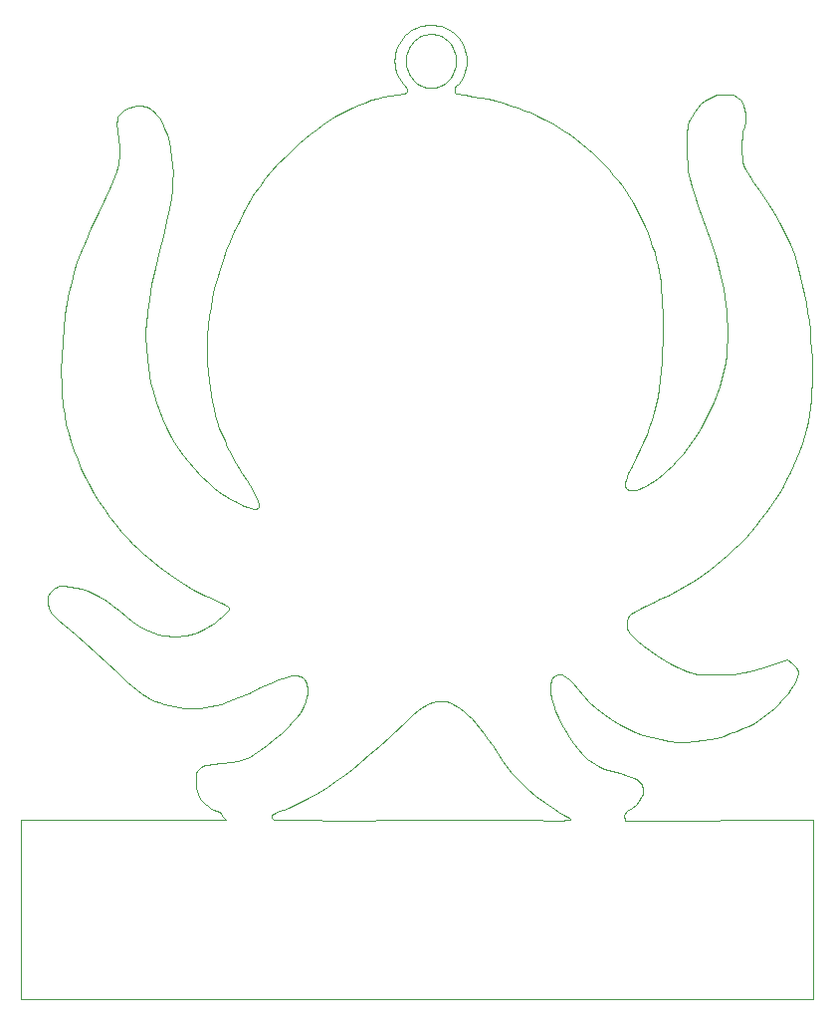
<source format=gbr>
G04 #@! TF.GenerationSoftware,KiCad,Pcbnew,(5.1.5-0)*
G04 #@! TF.CreationDate,2019-12-28T15:25:09-08:00*
G04 #@! TF.ProjectId,badge,62616467-652e-46b6-9963-61645f706362,rev?*
G04 #@! TF.SameCoordinates,Original*
G04 #@! TF.FileFunction,Profile,NP*
%FSLAX46Y46*%
G04 Gerber Fmt 4.6, Leading zero omitted, Abs format (unit mm)*
G04 Created by KiCad (PCBNEW (5.1.5-0)) date 2019-12-28 15:25:09*
%MOMM*%
%LPD*%
G04 APERTURE LIST*
%ADD10C,0.100000*%
G04 APERTURE END LIST*
D10*
X12648983Y-22622337D02*
X12236258Y-22389871D01*
X12236258Y-22389871D02*
X11846952Y-22147828D01*
X11846952Y-22147828D02*
X11060053Y-21622209D01*
X11060053Y-21622209D02*
X10253982Y-21012145D01*
X10253982Y-21012145D02*
X9490593Y-20364786D01*
X9490593Y-20364786D02*
X9136720Y-20035568D01*
X9136720Y-20035568D02*
X8807699Y-19707161D01*
X8807699Y-19707161D02*
X8508254Y-19382945D01*
X8508254Y-19382945D02*
X8243113Y-19066298D01*
X8243113Y-19066298D02*
X7481227Y-18041284D01*
X7481227Y-18041284D02*
X6577645Y-16751132D01*
X6577645Y-16751132D02*
X6198023Y-16205229D01*
X6198023Y-16205229D02*
X5830924Y-15704244D01*
X5830924Y-15704244D02*
X5475519Y-15247573D01*
X5475519Y-15247573D02*
X5130980Y-14834608D01*
X5130980Y-14834608D02*
X4796481Y-14464745D01*
X4796481Y-14464745D02*
X4471192Y-14137377D01*
X4471192Y-14137377D02*
X4154286Y-13851900D01*
X4154286Y-13851900D02*
X3844936Y-13607707D01*
X3844936Y-13607707D02*
X3542312Y-13404193D01*
X3542312Y-13404193D02*
X3245588Y-13240752D01*
X3245588Y-13240752D02*
X2953936Y-13116778D01*
X2953936Y-13116778D02*
X2666527Y-13031668D01*
X2666527Y-13031668D02*
X2382534Y-12984808D01*
X2382534Y-12984808D02*
X2101129Y-12975608D01*
X2101129Y-12975608D02*
X1821483Y-13003448D01*
X1821483Y-13003448D02*
X1542770Y-13067728D01*
X1542770Y-13067728D02*
X1226016Y-13173448D01*
X1226016Y-13173448D02*
X923278Y-13308132D01*
X923278Y-13308132D02*
X606789Y-13493261D01*
X606789Y-13493261D02*
X248781Y-13750316D01*
X248781Y-13750316D02*
X-178513Y-14100778D01*
X-178513Y-14100778D02*
X-702859Y-14566128D01*
X-702859Y-14566128D02*
X-2153776Y-15927412D01*
X-2153776Y-15927412D02*
X-3044764Y-16764553D01*
X-3044764Y-16764553D02*
X-3862907Y-17506499D01*
X-3862907Y-17506499D02*
X-4624269Y-18165976D01*
X-4624269Y-18165976D02*
X-5344913Y-18755713D01*
X-5344913Y-18755713D02*
X-6040902Y-19288438D01*
X-6040902Y-19288438D02*
X-6728300Y-19776878D01*
X-6728300Y-19776878D02*
X-7423170Y-20233760D01*
X-7423170Y-20233760D02*
X-8141575Y-20671813D01*
X-8141575Y-20671813D02*
X-9251244Y-21296125D01*
X-9251244Y-21296125D02*
X-9769794Y-21564292D01*
X-9769794Y-21564292D02*
X-10267188Y-21803974D01*
X-10267188Y-21803974D02*
X-10745702Y-22015802D01*
X-10745702Y-22015802D02*
X-11207610Y-22200407D01*
X-11207610Y-22200407D02*
X-11563279Y-22313956D01*
X-11563279Y-22313956D02*
X-11838531Y-22433053D01*
X-11838531Y-22433053D02*
X-12036899Y-22554250D01*
X-12036899Y-22554250D02*
X-12161915Y-22674097D01*
X-12161915Y-22674097D02*
X-12217115Y-22789146D01*
X-12217115Y-22789146D02*
X-12219615Y-22843796D01*
X-12219615Y-22843796D02*
X-12206005Y-22895946D01*
X-12206005Y-22895946D02*
X-12132165Y-22991046D01*
X-12132165Y-22991046D02*
X-11999105Y-23071006D01*
X-11999105Y-23071006D02*
X-9280231Y-23103126D01*
X-9280231Y-23103126D02*
X-6411204Y-23113026D01*
X-6411204Y-23113026D02*
X-325238Y-23095066D01*
X-325238Y-23095066D02*
X6053707Y-23075216D01*
X6053707Y-23075216D02*
X9288957Y-23082716D01*
X9288957Y-23082716D02*
X12520545Y-23111526D01*
X12520545Y-23111526D02*
X12870814Y-23101266D01*
X12870814Y-23101266D02*
X13087108Y-23074396D01*
X13087108Y-23074396D02*
X13188671Y-23031956D01*
X13188671Y-23031956D02*
X13202441Y-23005216D01*
X13202441Y-23005216D02*
X13194741Y-22974976D01*
X13194741Y-22974976D02*
X13124571Y-22904496D01*
X13124571Y-22904496D02*
X12997394Y-22821536D01*
X12997394Y-22821536D02*
X12649002Y-22622331D01*
X12649002Y-22622331D02*
X12648983Y-22622337D01*
X33888262Y-38301131D02*
X-33562844Y-38301131D01*
X-33562844Y-38301131D02*
X-33562844Y-23078773D01*
X-33562844Y-23078773D02*
X-16097099Y-23094303D01*
X-16097099Y-23094303D02*
X-16424909Y-22699602D01*
X-16424909Y-22699602D02*
X-16533184Y-22441528D01*
X-16533184Y-22441528D02*
X-16851046Y-22331428D01*
X-16851046Y-22331428D02*
X-17141842Y-22206860D01*
X-17141842Y-22206860D02*
X-17405897Y-22067535D01*
X-17405897Y-22067535D02*
X-17643536Y-21913162D01*
X-17643536Y-21913162D02*
X-17855086Y-21743449D01*
X-17855086Y-21743449D02*
X-18040871Y-21558105D01*
X-18040871Y-21558105D02*
X-18201217Y-21356840D01*
X-18201217Y-21356840D02*
X-18336449Y-21139364D01*
X-18336449Y-21139364D02*
X-18446894Y-20905384D01*
X-18446894Y-20905384D02*
X-18532874Y-20654610D01*
X-18532874Y-20654610D02*
X-18594724Y-20386752D01*
X-18594724Y-20386752D02*
X-18632754Y-20101518D01*
X-18632754Y-20101518D02*
X-18647304Y-19798618D01*
X-18647304Y-19798618D02*
X-18638504Y-19384442D01*
X-18638504Y-19384442D02*
X-18620864Y-19211662D01*
X-18620864Y-19211662D02*
X-18591374Y-19059609D01*
X-18591374Y-19059609D02*
X-18547774Y-18926677D01*
X-18547774Y-18926677D02*
X-18487794Y-18811257D01*
X-18487794Y-18811257D02*
X-18409174Y-18711737D01*
X-18409174Y-18711737D02*
X-18309644Y-18626517D01*
X-18309644Y-18626517D02*
X-18186944Y-18553987D01*
X-18186944Y-18553987D02*
X-18038806Y-18492537D01*
X-18038806Y-18492537D02*
X-17862965Y-18440557D01*
X-17862965Y-18440557D02*
X-17657156Y-18396447D01*
X-17657156Y-18396447D02*
X-17146574Y-18325387D01*
X-17146574Y-18325387D02*
X-16488940Y-18266487D01*
X-16488940Y-18266487D02*
X-15681900Y-18186927D01*
X-15681900Y-18186927D02*
X-15051161Y-18081321D01*
X-15051161Y-18081321D02*
X-14783269Y-18014681D01*
X-14783269Y-18014681D02*
X-14537091Y-17936631D01*
X-14537091Y-17936631D02*
X-14305172Y-17845561D01*
X-14305172Y-17845561D02*
X-14080058Y-17739825D01*
X-14080058Y-17739825D02*
X-13681339Y-17500208D01*
X-13681339Y-17500208D02*
X-13171153Y-17138219D01*
X-13171153Y-17138219D02*
X-12590332Y-16688431D01*
X-12590332Y-16688431D02*
X-11979709Y-16185417D01*
X-11979709Y-16185417D02*
X-11380118Y-15663750D01*
X-11380118Y-15663750D02*
X-10832390Y-15158002D01*
X-10832390Y-15158002D02*
X-10377358Y-14702747D01*
X-10377358Y-14702747D02*
X-10055856Y-14332557D01*
X-10055856Y-14332557D02*
X-9755068Y-13894497D01*
X-9755068Y-13894497D02*
X-9513012Y-13450397D01*
X-9513012Y-13450397D02*
X-9331555Y-13009258D01*
X-9331555Y-13009258D02*
X-9212564Y-12580082D01*
X-9212564Y-12580082D02*
X-9177074Y-12372794D01*
X-9177074Y-12372794D02*
X-9157904Y-12171873D01*
X-9157904Y-12171873D02*
X-9155304Y-11978444D01*
X-9155304Y-11978444D02*
X-9169464Y-11793633D01*
X-9169464Y-11793633D02*
X-9200644Y-11618564D01*
X-9200644Y-11618564D02*
X-9249074Y-11454363D01*
X-9249074Y-11454363D02*
X-9314984Y-11302156D01*
X-9314984Y-11302156D02*
X-9398614Y-11163067D01*
X-9398614Y-11163067D02*
X-9487844Y-11052132D01*
X-9487844Y-11052132D02*
X-9588250Y-10960132D01*
X-9588250Y-10960132D02*
X-9701647Y-10887392D01*
X-9701647Y-10887392D02*
X-9829855Y-10834242D01*
X-9829855Y-10834242D02*
X-9974697Y-10801002D01*
X-9974697Y-10801002D02*
X-10137991Y-10788002D01*
X-10137991Y-10788002D02*
X-10321560Y-10795602D01*
X-10321560Y-10795602D02*
X-10527223Y-10824062D01*
X-10527223Y-10824062D02*
X-11012118Y-10944984D01*
X-11012118Y-10944984D02*
X-11607240Y-11153410D01*
X-11607240Y-11153410D02*
X-12327156Y-11451954D01*
X-12327156Y-11451954D02*
X-13186431Y-11843232D01*
X-13186431Y-11843232D02*
X-14137303Y-12275153D01*
X-14137303Y-12275153D02*
X-15086932Y-12681321D01*
X-15086932Y-12681321D02*
X-15925210Y-13016107D01*
X-15925210Y-13016107D02*
X-16542032Y-13233879D01*
X-16542032Y-13233879D02*
X-16968999Y-13351643D01*
X-16968999Y-13351643D02*
X-17402744Y-13445453D01*
X-17402744Y-13445453D02*
X-17841519Y-13515533D01*
X-17841519Y-13515533D02*
X-18283572Y-13562123D01*
X-18283572Y-13562123D02*
X-18727154Y-13585433D01*
X-18727154Y-13585433D02*
X-19170514Y-13585699D01*
X-19170514Y-13585699D02*
X-19611904Y-13563149D01*
X-19611904Y-13563149D02*
X-20049574Y-13518000D01*
X-20049574Y-13518000D02*
X-20481772Y-13450490D01*
X-20481772Y-13450490D02*
X-20906750Y-13360840D01*
X-20906750Y-13360840D02*
X-21322754Y-13249225D01*
X-21322754Y-13249225D02*
X-21728041Y-13115972D01*
X-21728041Y-13115972D02*
X-22120858Y-12961260D01*
X-22120858Y-12961260D02*
X-22499455Y-12785314D01*
X-22499455Y-12785314D02*
X-22862081Y-12588362D01*
X-22862081Y-12588362D02*
X-23206988Y-12370630D01*
X-23206988Y-12370630D02*
X-23696533Y-11990336D01*
X-23696533Y-11990336D02*
X-24428604Y-11363335D01*
X-24428604Y-11363335D02*
X-25304195Y-10576686D01*
X-25304195Y-10576686D02*
X-26224300Y-9717445D01*
X-26224300Y-9717445D02*
X-27158209Y-8841830D01*
X-27158209Y-8841830D02*
X-28071383Y-8010598D01*
X-28071383Y-8010598D02*
X-28859078Y-7317617D01*
X-28859078Y-7317617D02*
X-29416546Y-6856751D01*
X-29416546Y-6856751D02*
X-29900913Y-6472805D01*
X-29900913Y-6472805D02*
X-30299331Y-6130178D01*
X-30299331Y-6130178D02*
X-30618386Y-5820283D01*
X-30618386Y-5820283D02*
X-30864663Y-5534534D01*
X-30864663Y-5534534D02*
X-31044749Y-5264343D01*
X-31044749Y-5264343D02*
X-31165228Y-5001123D01*
X-31165228Y-5001123D02*
X-31232686Y-4736288D01*
X-31232686Y-4736288D02*
X-31253709Y-4461251D01*
X-31253709Y-4461251D02*
X-31232969Y-4140783D01*
X-31232969Y-4140783D02*
X-31204344Y-4009352D01*
X-31204344Y-4009352D02*
X-31161149Y-3891869D01*
X-31161149Y-3891869D02*
X-31101584Y-3784394D01*
X-31101584Y-3784394D02*
X-31023849Y-3682986D01*
X-31023849Y-3682986D02*
X-30806669Y-3482611D01*
X-30806669Y-3482611D02*
X-30668615Y-3380044D01*
X-30668615Y-3380044D02*
X-30539626Y-3301504D01*
X-30539626Y-3301504D02*
X-30409493Y-3245224D01*
X-30409493Y-3245224D02*
X-30268003Y-3209424D01*
X-30268003Y-3209424D02*
X-30104947Y-3192334D01*
X-30104947Y-3192334D02*
X-29910113Y-3192177D01*
X-29910113Y-3192177D02*
X-29384269Y-3235577D01*
X-29384269Y-3235577D02*
X-28886287Y-3313817D01*
X-28886287Y-3313817D02*
X-28383137Y-3441696D01*
X-28383137Y-3441696D02*
X-27872989Y-3620107D01*
X-27872989Y-3620107D02*
X-27354012Y-3849945D01*
X-27354012Y-3849945D02*
X-26824377Y-4132103D01*
X-26824377Y-4132103D02*
X-26282253Y-4467474D01*
X-26282253Y-4467474D02*
X-25725810Y-4856952D01*
X-25725810Y-4856952D02*
X-25153219Y-5301430D01*
X-25153219Y-5301430D02*
X-24546539Y-5783588D01*
X-24546539Y-5783588D02*
X-24008184Y-6186259D01*
X-24008184Y-6186259D02*
X-23523867Y-6517372D01*
X-23523867Y-6517372D02*
X-23079301Y-6784854D01*
X-23079301Y-6784854D02*
X-22660198Y-6996634D01*
X-22660198Y-6996634D02*
X-22252271Y-7160640D01*
X-22252271Y-7160640D02*
X-21841232Y-7284801D01*
X-21841232Y-7284801D02*
X-21412795Y-7377041D01*
X-21412795Y-7377041D02*
X-21078876Y-7426961D01*
X-21078876Y-7426961D02*
X-20747589Y-7456981D01*
X-20747589Y-7456981D02*
X-20419031Y-7467141D01*
X-20419031Y-7467141D02*
X-20093300Y-7457441D01*
X-20093300Y-7457441D02*
X-19770493Y-7427981D01*
X-19770493Y-7427981D02*
X-19450709Y-7378751D01*
X-19450709Y-7378751D02*
X-19134043Y-7309781D01*
X-19134043Y-7309781D02*
X-18820594Y-7221111D01*
X-18820594Y-7221111D02*
X-18510459Y-7112764D01*
X-18510459Y-7112764D02*
X-18203736Y-6984772D01*
X-18203736Y-6984772D02*
X-17900521Y-6837166D01*
X-17900521Y-6837166D02*
X-17600913Y-6669978D01*
X-17600913Y-6669978D02*
X-17305009Y-6483238D01*
X-17305009Y-6483238D02*
X-17012906Y-6276977D01*
X-17012906Y-6276977D02*
X-16724701Y-6051225D01*
X-16724701Y-6051225D02*
X-16440493Y-5806014D01*
X-16440493Y-5806014D02*
X-16196041Y-5570482D01*
X-16196041Y-5570482D02*
X-15996156Y-5349917D01*
X-15996156Y-5349917D02*
X-15861445Y-5169042D01*
X-15861445Y-5169042D02*
X-15824965Y-5101212D01*
X-15824965Y-5101212D02*
X-15812505Y-5052582D01*
X-15812505Y-5052582D02*
X-15835265Y-5006482D01*
X-15835265Y-5006482D02*
X-15899705Y-4945912D01*
X-15899705Y-4945912D02*
X-16135656Y-4791690D01*
X-16135656Y-4791690D02*
X-16484351Y-4610571D01*
X-16484351Y-4610571D02*
X-16909784Y-4423209D01*
X-16909784Y-4423209D02*
X-17383207Y-4220800D01*
X-17383207Y-4220800D02*
X-17864825Y-3995390D01*
X-17864825Y-3995390D02*
X-18352750Y-3748303D01*
X-18352750Y-3748303D02*
X-18845094Y-3480862D01*
X-18845094Y-3480862D02*
X-19835483Y-2890212D01*
X-19835483Y-2890212D02*
X-20820889Y-2234029D01*
X-20820889Y-2234029D02*
X-21786203Y-1522900D01*
X-21786203Y-1522900D02*
X-22716322Y-767414D01*
X-22716322Y-767414D02*
X-23163462Y-376346D01*
X-23163462Y-376346D02*
X-23596138Y21840D01*
X-23596138Y21840D02*
X-24012462Y425822D01*
X-24012462Y425822D02*
X-24410546Y834276D01*
X-24410546Y834276D02*
X-24953783Y1430878D01*
X-24953783Y1430878D02*
X-25473793Y2047952D01*
X-25473793Y2047952D02*
X-25969948Y2684222D01*
X-25969948Y2684222D02*
X-26441621Y3338410D01*
X-26441621Y3338410D02*
X-26888182Y4009241D01*
X-26888182Y4009241D02*
X-27309004Y4695437D01*
X-27309004Y4695437D02*
X-27703459Y5395721D01*
X-27703459Y5395721D02*
X-28070918Y6108817D01*
X-28070918Y6108817D02*
X-28410754Y6833447D01*
X-28410754Y6833447D02*
X-28722338Y7568335D01*
X-28722338Y7568335D02*
X-29005041Y8312203D01*
X-29005041Y8312203D02*
X-29258236Y9063775D01*
X-29258236Y9063775D02*
X-29481295Y9821774D01*
X-29481295Y9821774D02*
X-29673590Y10584924D01*
X-29673590Y10584924D02*
X-29834491Y11351946D01*
X-29834491Y11351946D02*
X-29963372Y12121565D01*
X-29963372Y12121565D02*
X-30010013Y12505231D01*
X-30010013Y12505231D02*
X-30046516Y12943090D01*
X-30046516Y12943090D02*
X-30090147Y13953448D01*
X-30090147Y13953448D02*
X-30096347Y15096760D01*
X-30096347Y15096760D02*
X-30067187Y16317149D01*
X-30067187Y16317149D02*
X-30004750Y17558737D01*
X-30004750Y17558737D02*
X-29911115Y18765647D01*
X-29911115Y18765647D02*
X-29788361Y19881999D01*
X-29788361Y19881999D02*
X-29638567Y20851918D01*
X-29638567Y20851918D02*
X-29449777Y21804417D01*
X-29449777Y21804417D02*
X-29246178Y22682246D01*
X-29246178Y22682246D02*
X-29015371Y23521013D01*
X-29015371Y23521013D02*
X-28744961Y24356327D01*
X-28744961Y24356327D02*
X-28422550Y25223796D01*
X-28422550Y25223796D02*
X-28035741Y26159029D01*
X-28035741Y26159029D02*
X-27572137Y27197632D01*
X-27572137Y27197632D02*
X-27019342Y28375215D01*
X-27019342Y28375215D02*
X-26385982Y29714751D01*
X-26385982Y29714751D02*
X-25902284Y30785410D01*
X-25902284Y30785410D02*
X-25552294Y31645221D01*
X-25552294Y31645221D02*
X-25422455Y32014192D01*
X-25422455Y32014192D02*
X-25320060Y32352212D01*
X-25320060Y32352212D02*
X-25243120Y32666535D01*
X-25243120Y32666535D02*
X-25189630Y32964413D01*
X-25189630Y32964413D02*
X-25157600Y33253102D01*
X-25157600Y33253102D02*
X-25145040Y33539853D01*
X-25145040Y33539853D02*
X-25149940Y33831921D01*
X-25149940Y33831921D02*
X-25170340Y34136559D01*
X-25170340Y34136559D02*
X-25249600Y34812562D01*
X-25249600Y34812562D02*
X-25336800Y35537269D01*
X-25336800Y35537269D02*
X-25370960Y36074084D01*
X-25370960Y36074084D02*
X-25352660Y36456127D01*
X-25352660Y36456127D02*
X-25324010Y36599460D01*
X-25324010Y36599460D02*
X-25282460Y36716520D01*
X-25282460Y36716520D02*
X-25168750Y36895921D01*
X-25168750Y36895921D02*
X-25000168Y37066222D01*
X-25000168Y37066222D02*
X-24786181Y37222856D01*
X-24786181Y37222856D02*
X-24536255Y37361255D01*
X-24536255Y37361255D02*
X-24259856Y37476850D01*
X-24259856Y37476850D02*
X-23966449Y37565075D01*
X-23966449Y37565075D02*
X-23665500Y37621358D01*
X-23665500Y37621358D02*
X-23366476Y37641134D01*
X-23366476Y37641134D02*
X-23188317Y37629635D01*
X-23188317Y37629635D02*
X-23013974Y37595624D01*
X-23013974Y37595624D02*
X-22843691Y37539839D01*
X-22843691Y37539839D02*
X-22677710Y37463014D01*
X-22677710Y37463014D02*
X-22516275Y37365884D01*
X-22516275Y37365884D02*
X-22359628Y37249187D01*
X-22359628Y37249187D02*
X-22208012Y37113656D01*
X-22208012Y37113656D02*
X-22061669Y36960027D01*
X-22061669Y36960027D02*
X-21785777Y36601417D01*
X-21785777Y36601417D02*
X-21533893Y36179240D01*
X-21533893Y36179240D02*
X-21307960Y35699380D01*
X-21307960Y35699380D02*
X-21109921Y35167720D01*
X-21109921Y35167720D02*
X-20941719Y34590142D01*
X-20941719Y34590142D02*
X-20805294Y33972532D01*
X-20805294Y33972532D02*
X-20702591Y33320770D01*
X-20702591Y33320770D02*
X-20635551Y32640742D01*
X-20635551Y32640742D02*
X-20606121Y31938329D01*
X-20606121Y31938329D02*
X-20616241Y31219416D01*
X-20616241Y31219416D02*
X-20667851Y30489886D01*
X-20667851Y30489886D02*
X-20762891Y29755621D01*
X-20762891Y29755621D02*
X-20919836Y28906898D01*
X-20919836Y28906898D02*
X-21155283Y27796713D01*
X-21155283Y27796713D02*
X-21437361Y26569041D01*
X-21437361Y26569041D02*
X-21734199Y25367855D01*
X-21734199Y25367855D02*
X-22112303Y23838907D01*
X-22112303Y23838907D02*
X-22414091Y22473931D01*
X-22414091Y22473931D02*
X-22642935Y21243898D01*
X-22642935Y21243898D02*
X-22802209Y20119782D01*
X-22802209Y20119782D02*
X-22895289Y19072554D01*
X-22895289Y19072554D02*
X-22918059Y18568703D01*
X-22918059Y18568703D02*
X-22925559Y18073189D01*
X-22925559Y18073189D02*
X-22896359Y17092659D01*
X-22896359Y17092659D02*
X-22811089Y16101936D01*
X-22811089Y16101936D02*
X-22723399Y15394152D01*
X-22723399Y15394152D02*
X-22623064Y14745841D01*
X-22623064Y14745841D02*
X-22505321Y14138965D01*
X-22505321Y14138965D02*
X-22365406Y13555485D01*
X-22365406Y13555485D02*
X-22198555Y12977362D01*
X-22198555Y12977362D02*
X-22000005Y12386557D01*
X-22000005Y12386557D02*
X-21764991Y11765033D01*
X-21764991Y11765033D02*
X-21488750Y11094749D01*
X-21488750Y11094749D02*
X-21145769Y10316821D01*
X-21145769Y10316821D02*
X-20817023Y9636035D01*
X-20817023Y9636035D02*
X-20486539Y9028529D01*
X-20486539Y9028529D02*
X-20138341Y8470436D01*
X-20138341Y8470436D02*
X-19756454Y7937895D01*
X-19756454Y7937895D02*
X-19324903Y7407040D01*
X-19324903Y7407040D02*
X-18827714Y6854007D01*
X-18827714Y6854007D02*
X-18248912Y6254933D01*
X-18248912Y6254933D02*
X-17419084Y5447377D01*
X-17419084Y5447377D02*
X-17067469Y5134714D01*
X-17067469Y5134714D02*
X-16737662Y4867124D01*
X-16737662Y4867124D02*
X-16414371Y4632857D01*
X-16414371Y4632857D02*
X-16082301Y4420160D01*
X-16082301Y4420160D02*
X-15726159Y4217281D01*
X-15726159Y4217281D02*
X-15330653Y4012470D01*
X-15330653Y4012470D02*
X-14531163Y3640586D01*
X-14531163Y3640586D02*
X-14206288Y3513580D01*
X-14206288Y3513580D02*
X-13930806Y3426790D01*
X-13930806Y3426790D02*
X-13704328Y3380890D01*
X-13704328Y3380890D02*
X-13526465Y3376590D01*
X-13526465Y3376590D02*
X-13396826Y3414560D01*
X-13396826Y3414560D02*
X-13349966Y3449620D01*
X-13349966Y3449620D02*
X-13315016Y3495510D01*
X-13315016Y3495510D02*
X-13280656Y3620113D01*
X-13280656Y3620113D02*
X-13293356Y3789064D01*
X-13293356Y3789064D02*
X-13352716Y4003054D01*
X-13352716Y4003054D02*
X-13458352Y4262771D01*
X-13458352Y4262771D02*
X-13609875Y4568906D01*
X-13609875Y4568906D02*
X-13806894Y4922148D01*
X-13806894Y4922148D02*
X-14335861Y5772710D01*
X-14335861Y5772710D02*
X-14717092Y6369995D01*
X-14717092Y6369995D02*
X-15069159Y6948837D01*
X-15069159Y6948837D02*
X-15393268Y7512640D01*
X-15393268Y7512640D02*
X-15690626Y8064811D01*
X-15690626Y8064811D02*
X-15962437Y8608757D01*
X-15962437Y8608757D02*
X-16209909Y9147882D01*
X-16209909Y9147882D02*
X-16434246Y9685593D01*
X-16434246Y9685593D02*
X-16636656Y10225296D01*
X-16636656Y10225296D02*
X-16818343Y10770397D01*
X-16818343Y10770397D02*
X-16980514Y11324301D01*
X-16980514Y11324301D02*
X-17124375Y11890415D01*
X-17124375Y11890415D02*
X-17251131Y12472145D01*
X-17251131Y12472145D02*
X-17361990Y13072896D01*
X-17361990Y13072896D02*
X-17458160Y13696075D01*
X-17458160Y13696075D02*
X-17540840Y14345087D01*
X-17540840Y14345087D02*
X-17611240Y15023339D01*
X-17611240Y15023339D02*
X-17668180Y15797417D01*
X-17668180Y15797417D02*
X-17695330Y16576630D01*
X-17695330Y16576630D02*
X-17692830Y17360451D01*
X-17692830Y17360451D02*
X-17660740Y18148352D01*
X-17660740Y18148352D02*
X-17599190Y18939804D01*
X-17599190Y18939804D02*
X-17508290Y19734278D01*
X-17508290Y19734278D02*
X-17388150Y20531247D01*
X-17388150Y20531247D02*
X-17238876Y21330183D01*
X-17238876Y21330183D02*
X-17060576Y22130556D01*
X-17060576Y22130556D02*
X-16853359Y22931839D01*
X-16853359Y22931839D02*
X-16617332Y23733503D01*
X-16617332Y23733503D02*
X-16352604Y24535020D01*
X-16352604Y24535020D02*
X-16059282Y25335863D01*
X-16059282Y25335863D02*
X-15737476Y26135501D01*
X-15737476Y26135501D02*
X-15387293Y26933408D01*
X-15387293Y26933408D02*
X-15008842Y27729055D01*
X-15008842Y27729055D02*
X-14544154Y28644552D01*
X-14544154Y28644552D02*
X-14107385Y29445613D01*
X-14107385Y29445613D02*
X-13678451Y30160420D01*
X-13678451Y30160420D02*
X-13237271Y30817153D01*
X-13237271Y30817153D02*
X-12763762Y31443995D01*
X-12763762Y31443995D02*
X-12237842Y32069126D01*
X-12237842Y32069126D02*
X-11639429Y32720728D01*
X-11639429Y32720728D02*
X-10948440Y33426982D01*
X-10948440Y33426982D02*
X-10447441Y33914117D01*
X-10447441Y33914117D02*
X-9942973Y34378406D01*
X-9942973Y34378406D02*
X-9435301Y34819688D01*
X-9435301Y34819688D02*
X-8924693Y35237803D01*
X-8924693Y35237803D02*
X-8411417Y35632592D01*
X-8411417Y35632592D02*
X-7895737Y36003895D01*
X-7895737Y36003895D02*
X-7377923Y36351551D01*
X-7377923Y36351551D02*
X-6858239Y36675401D01*
X-6858239Y36675401D02*
X-6336954Y36975285D01*
X-6336954Y36975285D02*
X-5814334Y37251042D01*
X-5814334Y37251042D02*
X-5290646Y37502514D01*
X-5290646Y37502514D02*
X-4766157Y37729540D01*
X-4766157Y37729540D02*
X-4241134Y37931960D01*
X-4241134Y37931960D02*
X-3715843Y38109615D01*
X-3715843Y38109615D02*
X-3190552Y38262344D01*
X-3190552Y38262344D02*
X-2665527Y38389987D01*
X-2665527Y38389987D02*
X-2109453Y38499610D01*
X-2109453Y38499610D02*
X-1532310Y38589702D01*
X-1532310Y38589702D02*
X-936361Y38660379D01*
X-936361Y38660379D02*
X-796851Y38765525D01*
X-796851Y38765525D02*
X-708121Y38859794D01*
X-708121Y38859794D02*
X-663041Y38945022D01*
X-663041Y38945022D02*
X-654441Y39023048D01*
X-654441Y39023048D02*
X-675261Y39095709D01*
X-675261Y39095709D02*
X-718331Y39164842D01*
X-718331Y39164842D02*
X-842675Y39299875D01*
X-842675Y39299875D02*
X-1041364Y39516716D01*
X-1041364Y39516716D02*
X-1218581Y39751784D01*
X-1218581Y39751784D02*
X-1372779Y40003545D01*
X-1372779Y40003545D02*
X-1502411Y40270464D01*
X-1502411Y40270464D02*
X-1605929Y40551006D01*
X-1605929Y40551006D02*
X-1681789Y40843636D01*
X-1681789Y40843636D02*
X-1728439Y41146820D01*
X-1728439Y41146820D02*
X-1744329Y41459022D01*
X-1744329Y41459022D02*
X-1728439Y41771224D01*
X-1728439Y41771224D02*
X-1681789Y42074408D01*
X-1681789Y42074408D02*
X-1605929Y42367038D01*
X-1605929Y42367038D02*
X-1502411Y42647580D01*
X-1502411Y42647580D02*
X-1372779Y42914499D01*
X-1372779Y42914499D02*
X-1218581Y43166260D01*
X-1218581Y43166260D02*
X-1041364Y43401329D01*
X-1041364Y43401329D02*
X-842676Y43618170D01*
X-842676Y43618170D02*
X-624063Y43815248D01*
X-624063Y43815248D02*
X-387075Y43991028D01*
X-387075Y43991028D02*
X-133257Y44143977D01*
X-133257Y44143977D02*
X135843Y44272559D01*
X135843Y44272559D02*
X418677Y44375238D01*
X418677Y44375238D02*
X713698Y44450481D01*
X713698Y44450481D02*
X1019358Y44496752D01*
X1019358Y44496752D02*
X1334111Y44512517D01*
X1334111Y44512517D02*
X1648864Y44496752D01*
X1648864Y44496752D02*
X1954524Y44450481D01*
X1954524Y44450481D02*
X2249545Y44375238D01*
X2249545Y44375238D02*
X2532379Y44272559D01*
X2532379Y44272559D02*
X2801479Y44143977D01*
X2801479Y44143977D02*
X3055296Y43991028D01*
X3055296Y43991028D02*
X3292285Y43815247D01*
X3292285Y43815247D02*
X3510897Y43618169D01*
X3510897Y43618169D02*
X3709585Y43401329D01*
X3709585Y43401329D02*
X3886802Y43166260D01*
X3886802Y43166260D02*
X4041000Y42914499D01*
X4041000Y42914499D02*
X4170632Y42647580D01*
X4170632Y42647580D02*
X4274150Y42367038D01*
X4274150Y42367038D02*
X4350010Y42074408D01*
X4350010Y42074408D02*
X4396660Y41771225D01*
X4396660Y41771225D02*
X4412550Y41459022D01*
X4412550Y41459022D02*
X4396660Y41146820D01*
X4396660Y41146820D02*
X4350010Y40843637D01*
X4350010Y40843637D02*
X4274150Y40551007D01*
X4274150Y40551007D02*
X4170631Y40270464D01*
X4170631Y40270464D02*
X4040999Y40003546D01*
X4040999Y40003546D02*
X3886801Y39751785D01*
X3886801Y39751785D02*
X3709584Y39516716D01*
X3709584Y39516716D02*
X3510896Y39299876D01*
X3510896Y39299876D02*
X3418406Y39144622D01*
X3418406Y39144622D02*
X3366256Y39010183D01*
X3366256Y39010183D02*
X3348576Y38896213D01*
X3348576Y38896213D02*
X3359496Y38802367D01*
X3359496Y38802367D02*
X3393156Y38728298D01*
X3393156Y38728298D02*
X3443696Y38673661D01*
X3443696Y38673661D02*
X3505246Y38638110D01*
X3505246Y38638110D02*
X3571936Y38621300D01*
X3571936Y38621300D02*
X4236916Y38540860D01*
X4236916Y38540860D02*
X4900347Y38442056D01*
X4900347Y38442056D02*
X5559968Y38325005D01*
X5559968Y38325005D02*
X6213516Y38189824D01*
X6213516Y38189824D02*
X6858730Y38036628D01*
X6858730Y38036628D02*
X7493349Y37865536D01*
X7493349Y37865536D02*
X8116204Y37676673D01*
X8116204Y37676673D02*
X8725481Y37470599D01*
X8725481Y37470599D02*
X9321670Y37247017D01*
X9321670Y37247017D02*
X9905259Y37005628D01*
X9905259Y37005628D02*
X10476737Y36746133D01*
X10476737Y36746133D02*
X11036593Y36468234D01*
X11036593Y36468234D02*
X11585316Y36171633D01*
X11585316Y36171633D02*
X12123395Y35856032D01*
X12123395Y35856032D02*
X12651318Y35521133D01*
X12651318Y35521133D02*
X13169574Y35166636D01*
X13169574Y35166636D02*
X13678652Y34792244D01*
X13678652Y34792244D02*
X14179041Y34397659D01*
X14179041Y34397659D02*
X14671230Y33982582D01*
X14671230Y33982582D02*
X15155707Y33546714D01*
X15155707Y33546714D02*
X15632961Y33089759D01*
X15632961Y33089759D02*
X16103482Y32611416D01*
X16103482Y32611416D02*
X16498149Y32185117D01*
X16498149Y32185117D02*
X16877027Y31748928D01*
X16877027Y31748928D02*
X17240127Y31302825D01*
X17240127Y31302825D02*
X17587463Y30846787D01*
X17587463Y30846787D02*
X17919045Y30380792D01*
X17919045Y30380792D02*
X18234887Y29904818D01*
X18234887Y29904818D02*
X18535001Y29418843D01*
X18535001Y29418843D02*
X18819398Y28922844D01*
X18819398Y28922844D02*
X19088091Y28416800D01*
X19088091Y28416800D02*
X19341092Y27900688D01*
X19341092Y27900688D02*
X19578414Y27374487D01*
X19578414Y27374487D02*
X19800068Y26838174D01*
X19800068Y26838174D02*
X20006066Y26291728D01*
X20006066Y26291728D02*
X20196422Y25735125D01*
X20196422Y25735125D02*
X20371146Y25168345D01*
X20371146Y25168345D02*
X20530252Y24591365D01*
X20530252Y24591365D02*
X20658471Y24076761D01*
X20658471Y24076761D02*
X20760760Y23603870D01*
X20760760Y23603870D02*
X20840980Y23134713D01*
X20840980Y23134713D02*
X20902990Y22631312D01*
X20902990Y22631312D02*
X20950650Y22055688D01*
X20950650Y22055688D02*
X20987820Y21369862D01*
X20987820Y21369862D02*
X21046130Y19515694D01*
X21046130Y19515694D02*
X21062470Y18539037D01*
X21062470Y18539037D02*
X21061629Y17613965D01*
X21061629Y17613965D02*
X21042819Y16736356D01*
X21042819Y16736356D02*
X21005259Y15902092D01*
X21005259Y15902092D02*
X20948159Y15107051D01*
X20948159Y15107051D02*
X20870729Y14347113D01*
X20870729Y14347113D02*
X20772189Y13618156D01*
X20772189Y13618156D02*
X20651749Y12916062D01*
X20651749Y12916062D02*
X20508626Y12236708D01*
X20508626Y12236708D02*
X20342031Y11575975D01*
X20342031Y11575975D02*
X20151180Y10929741D01*
X20151180Y10929741D02*
X19935286Y10293887D01*
X19935286Y10293887D02*
X19693563Y9664292D01*
X19693563Y9664292D02*
X19425224Y9036836D01*
X19425224Y9036836D02*
X19129484Y8407397D01*
X19129484Y8407397D02*
X18805557Y7771855D01*
X18805557Y7771855D02*
X18430437Y7030683D01*
X18430437Y7030683D02*
X18123246Y6363721D01*
X18123246Y6363721D02*
X17915685Y5844044D01*
X17915685Y5844044D02*
X17859175Y5662275D01*
X17859175Y5662275D02*
X17839455Y5544732D01*
X17839455Y5544732D02*
X17862145Y5333510D01*
X17862145Y5333510D02*
X17928295Y5167179D01*
X17928295Y5167179D02*
X18035023Y5044704D01*
X18035023Y5044704D02*
X18179463Y4965054D01*
X18179463Y4965054D02*
X18358739Y4927194D01*
X18358739Y4927194D02*
X18569978Y4930094D01*
X18569978Y4930094D02*
X18810307Y4972704D01*
X18810307Y4972704D02*
X19076852Y5054004D01*
X19076852Y5054004D02*
X19366738Y5172952D01*
X19366738Y5172952D02*
X19677093Y5328518D01*
X19677093Y5328518D02*
X20005043Y5519667D01*
X20005043Y5519667D02*
X20347714Y5745366D01*
X20347714Y5745366D02*
X20702232Y6004579D01*
X20702232Y6004579D02*
X21065723Y6296274D01*
X21065723Y6296274D02*
X21435315Y6619415D01*
X21435315Y6619415D02*
X21808133Y6972969D01*
X21808133Y6972969D02*
X22293134Y7476652D01*
X22293134Y7476652D02*
X22758739Y8010726D01*
X22758739Y8010726D02*
X23203697Y8572496D01*
X23203697Y8572496D02*
X23626756Y9159265D01*
X23626756Y9159265D02*
X24026665Y9768338D01*
X24026665Y9768338D02*
X24402174Y10397019D01*
X24402174Y10397019D02*
X24752032Y11042613D01*
X24752032Y11042613D02*
X25074987Y11702423D01*
X25074987Y11702423D02*
X25369789Y12373755D01*
X25369789Y12373755D02*
X25635185Y13053912D01*
X25635185Y13053912D02*
X25869927Y13740198D01*
X25869927Y13740198D02*
X26072761Y14429919D01*
X26072761Y14429919D02*
X26242438Y15120378D01*
X26242438Y15120378D02*
X26377706Y15808879D01*
X26377706Y15808879D02*
X26477316Y16492727D01*
X26477316Y16492727D02*
X26540016Y17169226D01*
X26540016Y17169226D02*
X26569106Y17763948D01*
X26569106Y17763948D02*
X26578706Y18361804D01*
X26578706Y18361804D02*
X26568506Y18964506D01*
X26568506Y18964506D02*
X26538166Y19573765D01*
X26538166Y19573765D02*
X26487366Y20191292D01*
X26487366Y20191292D02*
X26415786Y20818798D01*
X26415786Y20818798D02*
X26323106Y21457996D01*
X26323106Y21457996D02*
X26208993Y22110596D01*
X26208993Y22110596D02*
X26073079Y22778311D01*
X26073079Y22778311D02*
X25915136Y23462850D01*
X25915136Y23462850D02*
X25734791Y24165927D01*
X25734791Y24165927D02*
X25531720Y24889251D01*
X25531720Y24889251D02*
X25305600Y25634536D01*
X25305600Y25634536D02*
X25056106Y26403491D01*
X25056106Y26403491D02*
X24485701Y28019261D01*
X24485701Y28019261D02*
X24076971Y29137913D01*
X24076971Y29137913D02*
X23758480Y30054833D01*
X23758480Y30054833D02*
X23519189Y30819172D01*
X23519189Y30819172D02*
X23348051Y31479965D01*
X23348051Y31479965D02*
X23234022Y32086283D01*
X23234022Y32086283D02*
X23166059Y32687202D01*
X23166059Y32687202D02*
X23133119Y33331794D01*
X23133119Y33331794D02*
X23124119Y34069131D01*
X23124119Y34069131D02*
X23135459Y35095376D01*
X23135459Y35095376D02*
X23155409Y35464349D01*
X23155409Y35464349D02*
X23189269Y35766101D01*
X23189269Y35766101D02*
X23240339Y36022288D01*
X23240339Y36022288D02*
X23311909Y36254568D01*
X23311909Y36254568D02*
X23407269Y36484599D01*
X23407269Y36484599D02*
X23529707Y36734039D01*
X23529707Y36734039D02*
X23767430Y37149253D01*
X23767430Y37149253D02*
X24025655Y37509594D01*
X24025655Y37509594D02*
X24305922Y37816173D01*
X24305922Y37816173D02*
X24609770Y38070102D01*
X24609770Y38070102D02*
X24938742Y38272490D01*
X24938742Y38272490D02*
X25294376Y38424448D01*
X25294376Y38424448D02*
X25678213Y38527088D01*
X25678213Y38527088D02*
X26091794Y38581520D01*
X26091794Y38581520D02*
X26574421Y38600925D01*
X26574421Y38600925D02*
X26762205Y38592685D01*
X26762205Y38592685D02*
X26923510Y38570694D01*
X26923510Y38570694D02*
X27065240Y38533603D01*
X27065240Y38533603D02*
X27194298Y38480066D01*
X27194298Y38480066D02*
X27317590Y38408738D01*
X27317590Y38408738D02*
X27442019Y38318273D01*
X27442019Y38318273D02*
X27662640Y38110480D01*
X27662640Y38110480D02*
X27840927Y37869915D01*
X27840927Y37869915D02*
X27976432Y37598573D01*
X27976432Y37598573D02*
X28068702Y37298448D01*
X28068702Y37298448D02*
X28117302Y36971534D01*
X28117302Y36971534D02*
X28121802Y36619826D01*
X28121802Y36619826D02*
X28081702Y36245319D01*
X28081702Y36245319D02*
X27996572Y35850006D01*
X27996572Y35850006D02*
X27900872Y35428207D01*
X27900872Y35428207D02*
X27831842Y34989140D01*
X27831842Y34989140D02*
X27789532Y34543323D01*
X27789532Y34543323D02*
X27773992Y34101270D01*
X27773992Y34101270D02*
X27785272Y33673497D01*
X27785272Y33673497D02*
X27823432Y33270517D01*
X27823432Y33270517D02*
X27888512Y32902848D01*
X27888512Y32902848D02*
X27980572Y32581003D01*
X27980572Y32581003D02*
X28146535Y32231337D01*
X28146535Y32231337D02*
X28442650Y31715209D01*
X28442650Y31715209D02*
X28827011Y31102158D01*
X28827011Y31102158D02*
X29257712Y30461721D01*
X29257712Y30461721D02*
X29969342Y29416813D01*
X29969342Y29416813D02*
X30572621Y28471938D01*
X30572621Y28471938D02*
X31083407Y27593950D01*
X31083407Y27593950D02*
X31517557Y26749705D01*
X31517557Y26749705D02*
X31890928Y25906058D01*
X31890928Y25906058D02*
X32219377Y25029864D01*
X32219377Y25029864D02*
X32518762Y24087978D01*
X32518762Y24087978D02*
X32804940Y23047254D01*
X32804940Y23047254D02*
X32973335Y22352546D01*
X32973335Y22352546D02*
X33126739Y21630790D01*
X33126739Y21630790D02*
X33264846Y20886886D01*
X33264846Y20886886D02*
X33387352Y20125733D01*
X33387352Y20125733D02*
X33493951Y19352230D01*
X33493951Y19352230D02*
X33584341Y18571277D01*
X33584341Y18571277D02*
X33658211Y17787774D01*
X33658211Y17787774D02*
X33715251Y17006620D01*
X33715251Y17006620D02*
X33755161Y16232715D01*
X33755161Y16232715D02*
X33777641Y15470958D01*
X33777641Y15470958D02*
X33782341Y14726249D01*
X33782341Y14726249D02*
X33769041Y14003487D01*
X33769041Y14003487D02*
X33737381Y13307572D01*
X33737381Y13307572D02*
X33687071Y12643404D01*
X33687071Y12643404D02*
X33617801Y12015881D01*
X33617801Y12015881D02*
X33529261Y11429904D01*
X33529261Y11429904D02*
X33406070Y10793247D01*
X33406070Y10793247D02*
X33259346Y10159781D01*
X33259346Y10159781D02*
X33089559Y9530070D01*
X33089559Y9530070D02*
X32897174Y8904676D01*
X32897174Y8904676D02*
X32682660Y8284162D01*
X32682660Y8284162D02*
X32446485Y7669091D01*
X32446485Y7669091D02*
X32189117Y7060026D01*
X32189117Y7060026D02*
X31911022Y6457530D01*
X31911022Y6457530D02*
X31612669Y5862165D01*
X31612669Y5862165D02*
X31294525Y5274494D01*
X31294525Y5274494D02*
X30957058Y4695080D01*
X30957058Y4695080D02*
X30600736Y4124485D01*
X30600736Y4124485D02*
X30226027Y3563274D01*
X30226027Y3563274D02*
X29833397Y3012007D01*
X29833397Y3012007D02*
X29423315Y2471249D01*
X29423315Y2471249D02*
X28996249Y1941562D01*
X28996249Y1941562D02*
X28552666Y1423509D01*
X28552666Y1423509D02*
X28093033Y917652D01*
X28093033Y917652D02*
X27617819Y424555D01*
X27617819Y424555D02*
X27127491Y-55220D01*
X27127491Y-55220D02*
X26622517Y-521110D01*
X26622517Y-521110D02*
X26103364Y-972552D01*
X26103364Y-972552D02*
X25570501Y-1408984D01*
X25570501Y-1408984D02*
X25024394Y-1829842D01*
X25024394Y-1829842D02*
X24465512Y-2234563D01*
X24465512Y-2234563D02*
X23894322Y-2622586D01*
X23894322Y-2622586D02*
X23311292Y-2993347D01*
X23311292Y-2993347D02*
X22716890Y-3346283D01*
X22716890Y-3346283D02*
X22111583Y-3680832D01*
X22111583Y-3680832D02*
X21495839Y-3996430D01*
X21495839Y-3996430D02*
X20870125Y-4292516D01*
X20870125Y-4292516D02*
X20234910Y-4568525D01*
X20234910Y-4568525D02*
X19649854Y-4827871D01*
X19649854Y-4827871D02*
X19110031Y-5096520D01*
X19110031Y-5096520D02*
X18675447Y-5342764D01*
X18675447Y-5342764D02*
X18406110Y-5534894D01*
X18406110Y-5534894D02*
X18248729Y-5709413D01*
X18248729Y-5709413D02*
X18130592Y-5902262D01*
X18130592Y-5902262D02*
X18052062Y-6109167D01*
X18052062Y-6109167D02*
X18013482Y-6325852D01*
X18013482Y-6325852D02*
X18015182Y-6548042D01*
X18015182Y-6548042D02*
X18057602Y-6771464D01*
X18057602Y-6771464D02*
X18141062Y-6991843D01*
X18141062Y-6991843D02*
X18265917Y-7204904D01*
X18265917Y-7204904D02*
X18367882Y-7331015D01*
X18367882Y-7331015D02*
X18511213Y-7479364D01*
X18511213Y-7479364D02*
X18904326Y-7830237D01*
X18904326Y-7830237D02*
X19409969Y-8232449D01*
X19409969Y-8232449D02*
X19992852Y-8660926D01*
X19992852Y-8660926D02*
X20617689Y-9090593D01*
X20617689Y-9090593D02*
X21249190Y-9496378D01*
X21249190Y-9496378D02*
X21852068Y-9853205D01*
X21852068Y-9853205D02*
X22391034Y-10136002D01*
X22391034Y-10136002D02*
X22791468Y-10325308D01*
X22791468Y-10325308D02*
X23121202Y-10468527D01*
X23121202Y-10468527D02*
X23414986Y-10572020D01*
X23414986Y-10572020D02*
X23707572Y-10642150D01*
X23707572Y-10642150D02*
X24033711Y-10685270D01*
X24033711Y-10685270D02*
X24428153Y-10707750D01*
X24428153Y-10707750D02*
X25560954Y-10716250D01*
X25560954Y-10716250D02*
X26677013Y-10696780D01*
X26677013Y-10696780D02*
X27119782Y-10666330D01*
X27119782Y-10666330D02*
X27532961Y-10614690D01*
X27532961Y-10614690D02*
X27951986Y-10536320D01*
X27951986Y-10536320D02*
X28412296Y-10425693D01*
X28412296Y-10425693D02*
X29598518Y-10085510D01*
X29598518Y-10085510D02*
X31685362Y-9459034D01*
X31685362Y-9459034D02*
X32118198Y-9780956D01*
X32118198Y-9780956D02*
X32290341Y-9933392D01*
X32290341Y-9933392D02*
X32439081Y-10110462D01*
X32439081Y-10110462D02*
X32548519Y-10290194D01*
X32548519Y-10290194D02*
X32602759Y-10450614D01*
X32602759Y-10450614D02*
X32603959Y-10643836D01*
X32603959Y-10643836D02*
X32557439Y-10867096D01*
X32557439Y-10867096D02*
X32466699Y-11116252D01*
X32466699Y-11116252D02*
X32335261Y-11387160D01*
X32335261Y-11387160D02*
X32166665Y-11675676D01*
X32166665Y-11675676D02*
X31964443Y-11977659D01*
X31964443Y-11977659D02*
X31732130Y-12288964D01*
X31732130Y-12288964D02*
X31473259Y-12605449D01*
X31473259Y-12605449D02*
X31191365Y-12922970D01*
X31191365Y-12922970D02*
X30889981Y-13237385D01*
X30889981Y-13237385D02*
X30572641Y-13544550D01*
X30572641Y-13544550D02*
X30242878Y-13840321D01*
X30242878Y-13840321D02*
X29904228Y-14120557D01*
X29904228Y-14120557D02*
X29560223Y-14381113D01*
X29560223Y-14381113D02*
X29214397Y-14617847D01*
X29214397Y-14617847D02*
X28870284Y-14826615D01*
X28870284Y-14826615D02*
X28404687Y-15072442D01*
X28404687Y-15072442D02*
X27897968Y-15308048D01*
X27897968Y-15308048D02*
X27359317Y-15530266D01*
X27359317Y-15530266D02*
X26797923Y-15735929D01*
X26797923Y-15735929D02*
X26222976Y-15921869D01*
X26222976Y-15921869D02*
X25643667Y-16084920D01*
X25643667Y-16084920D02*
X25069185Y-16221915D01*
X25069185Y-16221915D02*
X24508719Y-16329687D01*
X24508719Y-16329687D02*
X23793090Y-16420577D01*
X23793090Y-16420577D02*
X23069078Y-16456337D01*
X23069078Y-16456337D02*
X22339794Y-16438257D01*
X22339794Y-16438257D02*
X21608345Y-16367617D01*
X21608345Y-16367617D02*
X20877842Y-16245717D01*
X20877842Y-16245717D02*
X20151393Y-16073841D01*
X20151393Y-16073841D02*
X19432108Y-15853278D01*
X19432108Y-15853278D02*
X18723095Y-15585316D01*
X18723095Y-15585316D02*
X18027465Y-15271243D01*
X18027465Y-15271243D02*
X17348326Y-14912347D01*
X17348326Y-14912347D02*
X16688788Y-14509917D01*
X16688788Y-14509917D02*
X16051959Y-14065242D01*
X16051959Y-14065242D02*
X15440949Y-13579609D01*
X15440949Y-13579609D02*
X14858867Y-13054307D01*
X14858867Y-13054307D02*
X14308822Y-12490625D01*
X14308822Y-12490625D02*
X13793924Y-11889850D01*
X13793924Y-11889850D02*
X13450886Y-11480398D01*
X13450886Y-11480398D02*
X13146292Y-11158450D01*
X13146292Y-11158450D02*
X12874350Y-10921142D01*
X12874350Y-10921142D02*
X12629266Y-10765604D01*
X12629266Y-10765604D02*
X12514986Y-10717604D01*
X12514986Y-10717604D02*
X12405248Y-10688974D01*
X12405248Y-10688974D02*
X12299328Y-10679374D01*
X12299328Y-10679374D02*
X12196503Y-10688374D01*
X12196503Y-10688374D02*
X12096048Y-10715694D01*
X12096048Y-10715694D02*
X11997238Y-10760954D01*
X11997238Y-10760954D02*
X11801661Y-10903831D01*
X11801661Y-10903831D02*
X11705351Y-11010332D01*
X11705351Y-11010332D02*
X11627721Y-11137402D01*
X11627721Y-11137402D02*
X11568201Y-11283767D01*
X11568201Y-11283767D02*
X11526211Y-11448152D01*
X11526211Y-11448152D02*
X11501161Y-11629281D01*
X11501161Y-11629281D02*
X11492461Y-11825881D01*
X11492461Y-11825881D02*
X11521891Y-12260389D01*
X11521891Y-12260389D02*
X11609831Y-12741479D01*
X11609831Y-12741479D02*
X11751657Y-13258949D01*
X11751657Y-13258949D02*
X11942728Y-13802600D01*
X11942728Y-13802600D02*
X12178410Y-14362234D01*
X12178410Y-14362234D02*
X12454066Y-14927651D01*
X12454066Y-14927651D02*
X12765061Y-15488652D01*
X12765061Y-15488652D02*
X13106760Y-16035036D01*
X13106760Y-16035036D02*
X13474526Y-16556606D01*
X13474526Y-16556606D02*
X13863724Y-17043160D01*
X13863724Y-17043160D02*
X14269718Y-17484501D01*
X14269718Y-17484501D02*
X14687873Y-17870428D01*
X14687873Y-17870428D02*
X14900062Y-18039424D01*
X14900062Y-18039424D02*
X15113553Y-18190742D01*
X15113553Y-18190742D02*
X15331654Y-18325652D01*
X15331654Y-18325652D02*
X15574224Y-18457396D01*
X15574224Y-18457396D02*
X16123639Y-18707668D01*
X16123639Y-18707668D02*
X16743532Y-18934111D01*
X16743532Y-18934111D02*
X17415635Y-19129276D01*
X17415635Y-19129276D02*
X18131725Y-19328643D01*
X18131725Y-19328643D02*
X18403604Y-19420493D01*
X18403604Y-19420493D02*
X18627377Y-19511343D01*
X18627377Y-19511343D02*
X18810044Y-19604363D01*
X18810044Y-19604363D02*
X18958609Y-19702723D01*
X18958609Y-19702723D02*
X19080074Y-19809592D01*
X19080074Y-19809592D02*
X19181441Y-19928136D01*
X19181441Y-19928136D02*
X19275741Y-20074917D01*
X19275741Y-20074917D02*
X19343041Y-20225120D01*
X19343041Y-20225120D02*
X19384371Y-20378105D01*
X19384371Y-20378105D02*
X19400771Y-20533233D01*
X19400771Y-20533233D02*
X19393271Y-20689863D01*
X19393271Y-20689863D02*
X19362931Y-20847355D01*
X19362931Y-20847355D02*
X19310781Y-21005071D01*
X19310781Y-21005071D02*
X19237861Y-21162370D01*
X19237861Y-21162370D02*
X19145201Y-21318612D01*
X19145201Y-21318612D02*
X19033841Y-21473157D01*
X19033841Y-21473157D02*
X18759180Y-21774599D01*
X18759180Y-21774599D02*
X18422186Y-22061577D01*
X18422186Y-22061577D02*
X18031163Y-22328973D01*
X18031163Y-22328973D02*
X17793981Y-22658976D01*
X17793981Y-22658976D02*
X17890851Y-23119633D01*
X17890851Y-23119633D02*
X33897079Y-23087583D01*
X33897079Y-23087583D02*
X33888262Y-38301131D01*
X33888262Y-38301131D02*
X33888262Y-38301131D01*
X3492433Y41434790D02*
X3482003Y41209351D01*
X3482003Y41209351D02*
X3451103Y40987732D01*
X3451103Y40987732D02*
X3400313Y40771426D01*
X3400313Y40771426D02*
X3330203Y40561930D01*
X3330203Y40561930D02*
X3241363Y40360739D01*
X3241363Y40360739D02*
X3134365Y40169349D01*
X3134365Y40169349D02*
X3009789Y39989255D01*
X3009789Y39989255D02*
X2868214Y39821954D01*
X2868214Y39821954D02*
X2711891Y39670437D01*
X2711891Y39670437D02*
X2543616Y39537113D01*
X2543616Y39537113D02*
X2364785Y39422600D01*
X2364785Y39422600D02*
X2176796Y39327519D01*
X2176796Y39327519D02*
X1981047Y39252488D01*
X1981047Y39252488D02*
X1778935Y39198128D01*
X1778935Y39198128D02*
X1571857Y39165057D01*
X1571857Y39165057D02*
X1361210Y39153896D01*
X1361210Y39153896D02*
X1150565Y39165057D01*
X1150565Y39165057D02*
X943487Y39198128D01*
X943487Y39198128D02*
X741375Y39252488D01*
X741375Y39252488D02*
X545626Y39327519D01*
X545626Y39327519D02*
X357637Y39422600D01*
X357637Y39422600D02*
X178806Y39537113D01*
X178806Y39537113D02*
X10531Y39670437D01*
X10531Y39670437D02*
X-145792Y39821954D01*
X-145792Y39821954D02*
X-287367Y39989255D01*
X-287367Y39989255D02*
X-411943Y40169349D01*
X-411943Y40169349D02*
X-518941Y40360739D01*
X-518941Y40360739D02*
X-607781Y40561930D01*
X-607781Y40561930D02*
X-677891Y40771426D01*
X-677891Y40771426D02*
X-728681Y40987732D01*
X-728681Y40987732D02*
X-759581Y41209351D01*
X-759581Y41209351D02*
X-770011Y41434790D01*
X-770011Y41434790D02*
X-759581Y41660228D01*
X-759581Y41660228D02*
X-728681Y41881848D01*
X-728681Y41881848D02*
X-677891Y42098154D01*
X-677891Y42098154D02*
X-607781Y42307650D01*
X-607781Y42307650D02*
X-518941Y42508841D01*
X-518941Y42508841D02*
X-411943Y42700231D01*
X-411943Y42700231D02*
X-287367Y42880324D01*
X-287367Y42880324D02*
X-145792Y43047626D01*
X-145792Y43047626D02*
X10531Y43199142D01*
X10531Y43199142D02*
X178806Y43332467D01*
X178806Y43332467D02*
X357637Y43446980D01*
X357637Y43446980D02*
X545626Y43542062D01*
X545626Y43542062D02*
X741375Y43617093D01*
X741375Y43617093D02*
X943487Y43671453D01*
X943487Y43671453D02*
X1150565Y43704524D01*
X1150565Y43704524D02*
X1361210Y43715685D01*
X1361210Y43715685D02*
X1571855Y43704524D01*
X1571855Y43704524D02*
X1778933Y43671453D01*
X1778933Y43671453D02*
X1981045Y43617093D01*
X1981045Y43617093D02*
X2176794Y43542062D01*
X2176794Y43542062D02*
X2364783Y43446980D01*
X2364783Y43446980D02*
X2543614Y43332467D01*
X2543614Y43332467D02*
X2711889Y43199142D01*
X2711889Y43199142D02*
X2868212Y43047626D01*
X2868212Y43047626D02*
X3009787Y42880324D01*
X3009787Y42880324D02*
X3134363Y42700231D01*
X3134363Y42700231D02*
X3241361Y42508841D01*
X3241361Y42508841D02*
X3330201Y42307650D01*
X3330201Y42307650D02*
X3400311Y42098154D01*
X3400311Y42098154D02*
X3451101Y41881848D01*
X3451101Y41881848D02*
X3482001Y41660228D01*
X3482001Y41660228D02*
X3492431Y41434790D01*
X3492431Y41434790D02*
X3492431Y41434790D01*
X3492431Y41434790D02*
X3492433Y41434790D01*
M02*

</source>
